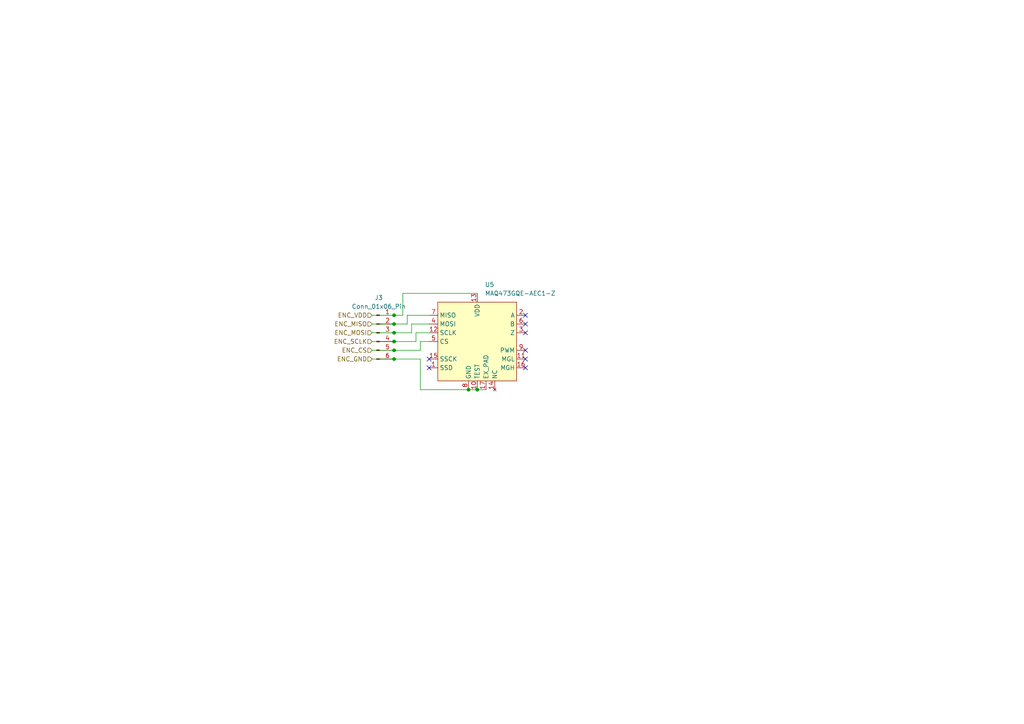
<source format=kicad_sch>
(kicad_sch (version 20230121) (generator eeschema)
  (paper "A4")
  (lib_symbols
    (symbol "Connector:Conn_01x06_Pin" (pin_names (offset 1.016) hide)
      (property "Reference" "J" (at 0 7.62 0))
      (property "Value" "Conn_01x06_Pin" (at 0 -10.16 0))
      (symbol "Conn_01x06_Pin_1_1"
        (polyline (pts (xy 1.27 -7.62) (xy 0.8636 -7.62)) (stroke (width 0.1524)))
        (polyline (pts (xy 1.27 -5.08) (xy 0.8636 -5.08)) (stroke (width 0.1524)))
        (polyline (pts (xy 1.27 -2.54) (xy 0.8636 -2.54)) (stroke (width 0.1524)))
        (polyline (pts (xy 1.27 0) (xy 0.8636 0)) (stroke (width 0.1524)))
        (polyline (pts (xy 1.27 2.54) (xy 0.8636 2.54)) (stroke (width 0.1524)))
        (polyline (pts (xy 1.27 5.08) (xy 0.8636 5.08)) (stroke (width 0.1524)))
        (rectangle (start 0.8636 -7.493) (end 0 -7.747) (stroke (width 0.1524)) (fill (type outline)))
        (rectangle (start 0.8636 -4.953) (end 0 -5.207) (stroke (width 0.1524)) (fill (type outline)))
        (rectangle (start 0.8636 -2.413) (end 0 -2.667) (stroke (width 0.1524)) (fill (type outline)))
        (rectangle (start 0.8636 0.127) (end 0 -0.127) (stroke (width 0.1524)) (fill (type outline)))
        (rectangle (start 0.8636 2.667) (end 0 2.413) (stroke (width 0.1524)) (fill (type outline)))
        (rectangle (start 0.8636 5.207) (end 0 4.953) (stroke (width 0.1524)) (fill (type outline)))
        (pin passive line (at 5.08 5.08 180) (length 3.81) (name "Pin_1") (number "1"))
        (pin passive line (at 5.08 2.54 180) (length 3.81) (name "Pin_2") (number "2"))
        (pin passive line (at 5.08 0 180) (length 3.81) (name "Pin_3") (number "3"))
        (pin passive line (at 5.08 -2.54 180) (length 3.81) (name "Pin_4") (number "4"))
        (pin passive line (at 5.08 -5.08 180) (length 3.81) (name "Pin_5") (number "5"))
        (pin passive line (at 5.08 -7.62 180) (length 3.81) (name "Pin_6") (number "6"))
      )
    )
    (symbol "micromouse:MAQ473"
      (property "Reference" "U" (at 8.89 12.7 0))
      (property "Value" "MAQ473GQE-AEC1-Z" (at -10.16 15.24 0))
      (symbol "MAQ473_1_1"
        (rectangle (start -11.43 11.43) (end 11.43 -11.43) (fill (type background)))
        (pin output line (at -13.97 -7.62 0) (length 2.54) (name "SSD") (number "1"))
        (pin input line (at 0 -13.97 90) (length 2.54) (name "TEST") (number "10"))
        (pin output line (at 13.97 -5.08 180) (length 2.54) (name "MGL") (number "11"))
        (pin input line (at -13.97 2.54 0) (length 2.54) (name "SCLK") (number "12"))
        (pin power_in line (at 0 13.97 270) (length 2.54) (name "VDD") (number "13"))
        (pin no_connect line (at 5.08 -13.97 90) (length 2.54) (name "NC") (number "14"))
        (pin input line (at -13.97 -5.08 0) (length 2.54) (name "SSCK") (number "15"))
        (pin output line (at 13.97 -7.62 180) (length 2.54) (name "MGH") (number "16"))
        (pin input line (at 2.54 -13.97 90) (length 2.54) (name "EX_PAD") (number "17"))
        (pin output line (at 13.97 7.62 180) (length 2.54) (name "A") (number "2"))
        (pin output line (at 13.97 2.54 180) (length 2.54) (name "Z") (number "3"))
        (pin input line (at -13.97 5.08 0) (length 2.54) (name "MOSI") (number "4"))
        (pin input line (at -13.97 0 0) (length 2.54) (name "CS") (number "5"))
        (pin output line (at 13.97 5.08 180) (length 2.54) (name "B") (number "6"))
        (pin output line (at -13.97 7.62 0) (length 2.54) (name "MISO") (number "7"))
        (pin power_in line (at -2.54 -13.97 90) (length 2.54) (name "GND") (number "8"))
        (pin output line (at 13.97 -2.54 180) (length 2.54) (name "PWM") (number "9"))
      )
    )
  )
  (junction (at 114.3 91.44))
  (junction (at 114.3 104.14))
  (junction (at 135.89 113.03))
  (junction (at 114.3 96.52))
  (junction (at 114.3 101.6))
  (junction (at 114.3 93.98))
  (junction (at 138.43 113.03))
  (junction (at 114.3 99.06))
  (no_connect (at 124.46 104.14))
  (no_connect (at 152.4 104.14))
  (no_connect (at 152.4 106.68))
  (no_connect (at 152.4 93.98))
  (no_connect (at 152.4 91.44))
  (no_connect (at 152.4 96.52))
  (no_connect (at 124.46 106.68))
  (no_connect (at 152.4 101.6))
  (wire (pts (xy 114.3 96.52) (xy 119.38 96.52)))
  (wire (pts (xy 119.38 93.98) (xy 119.38 96.52)))
  (wire (pts (xy 116.84 85.09) (xy 116.84 91.44)))
  (wire (pts (xy 107.95 91.44) (xy 114.3 91.44)))
  (wire (pts (xy 116.84 91.44) (xy 114.3 91.44)))
  (wire (pts (xy 107.95 99.06) (xy 114.3 99.06)))
  (wire (pts (xy 120.65 96.52) (xy 120.65 99.06)))
  (wire (pts (xy 118.11 93.98) (xy 118.11 91.44)))
  (wire (pts (xy 124.46 96.52) (xy 120.65 96.52)))
  (wire (pts (xy 114.3 99.06) (xy 120.65 99.06)))
  (wire (pts (xy 138.43 113.03) (xy 140.97 113.03)))
  (wire (pts (xy 107.95 101.6) (xy 114.3 101.6)))
  (wire (pts (xy 124.46 93.98) (xy 119.38 93.98)))
  (wire (pts (xy 138.43 85.09) (xy 116.84 85.09)))
  (wire (pts (xy 107.95 93.98) (xy 114.3 93.98)))
  (wire (pts (xy 107.95 104.14) (xy 114.3 104.14)))
  (wire (pts (xy 114.3 101.6) (xy 121.92 101.6)))
  (wire (pts (xy 121.92 113.03) (xy 121.92 104.14)))
  (wire (pts (xy 118.11 91.44) (xy 124.46 91.44)))
  (wire (pts (xy 107.95 96.52) (xy 114.3 96.52)))
  (wire (pts (xy 121.92 99.06) (xy 124.46 99.06)))
  (wire (pts (xy 135.89 113.03) (xy 121.92 113.03)))
  (wire (pts (xy 135.89 113.03) (xy 138.43 113.03)))
  (wire (pts (xy 114.3 104.14) (xy 121.92 104.14)))
  (wire (pts (xy 121.92 101.6) (xy 121.92 99.06)))
  (wire (pts (xy 114.3 93.98) (xy 118.11 93.98)))
  (hierarchical_label "ENC_MISO" (shape input) (at 107.95 93.98 180))
  (hierarchical_label "ENC_VDD" (shape input) (at 107.95 91.44 180))
  (hierarchical_label "ENC_MOSI" (shape input) (at 107.95 96.52 180))
  (hierarchical_label "ENC_CS" (shape input) (at 107.95 101.6 180))
  (hierarchical_label "ENC_SCLK" (shape input) (at 107.95 99.06 180))
  (hierarchical_label "ENC_GND" (shape input) (at 107.95 104.14 180))
  (symbol (lib_id "Connector:Conn_01x06_Pin") (at 109.22 96.52 0) (unit 1)
    (property "Reference" "J3" (at 109.855 86.36 0))
    (property "Value" "Conn_01x06_Pin" (at 109.855 88.9 0))
    (property "Footprint" "micromouse:ENC_CONN" (effects hide))
    (property "manf#" "-" (effects hide))
    (instances (project "micromouse" (path "" (reference "J3") (unit 1)) (path "" (reference "J6") (unit 1))))
  )
  (symbol (lib_id "micromouse:MAQ473") (at 138.43 99.06 0) (unit 1)
    (property "Reference" "U5" (at 140.6241 82.55 0) (effects (justify left)))
    (property "Value" "MAQ473GQE-AEC1-Z" (at 140.6241 85.09 0) (effects (justify left)))
    (property "Footprint" "Package_DFN_QFN:QFN-16-1EP_3x3mm_P0.5mm_EP1.7x1.7mm" (effects hide))
    (property "Datasheet" "https://www.monolithicpower.com/en/documentview/productdocument/index/version/2/document_type/datasheet/lang/en/sku/MAQ473GQE-AEC1-Z/document_id/9562" (effects hide))
    (property "order_URL" "https://www.digikey.jp/ja/products/detail/monolithic-power-systems-inc/MAQ473GQE-AEC1-Z/14312148" (effects hide))
    (instances (project "micromouse" (path "" (reference "U5") (unit 1)) (path "" (reference "U5") (unit 1)) (path "" (reference "U6") (unit 1))))
  )
)
</source>
